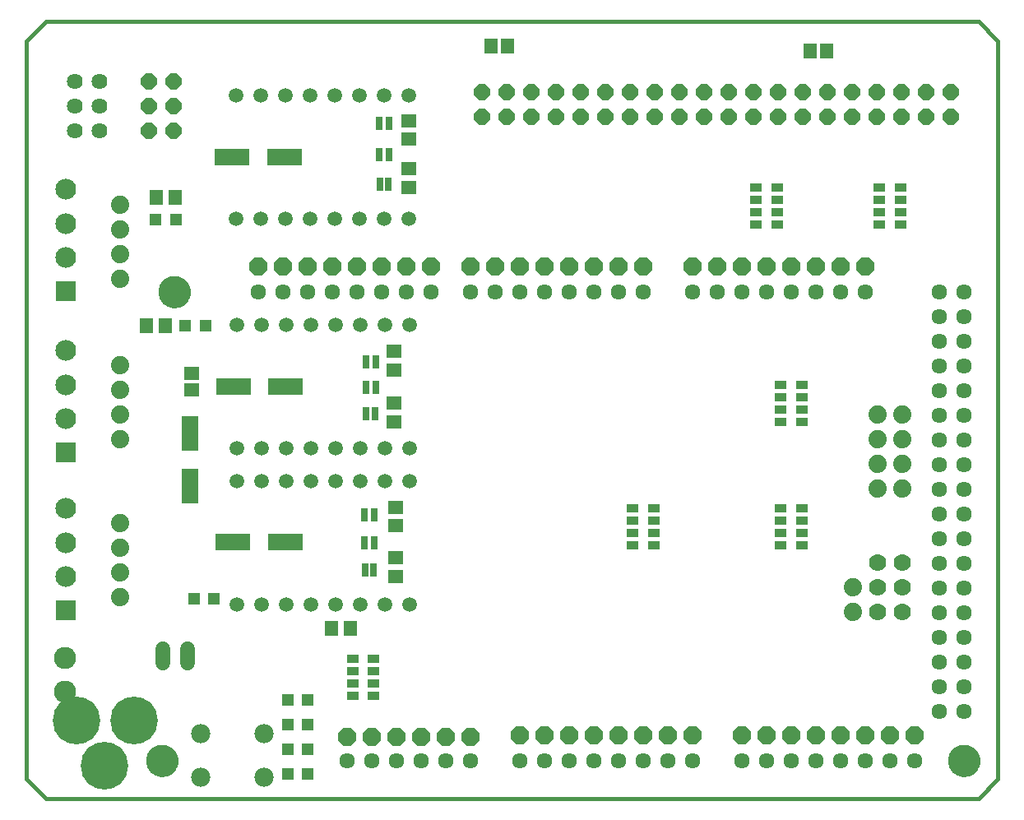
<source format=gts>
G75*
G70*
%OFA0B0*%
%FSLAX24Y24*%
%IPPOS*%
%LPD*%
%AMOC8*
5,1,8,0,0,1.08239X$1,22.5*
%
%ADD10C,0.0160*%
%ADD11C,0.0634*%
%ADD12C,0.0000*%
%ADD13C,0.1300*%
%ADD14R,0.0512X0.0512*%
%ADD15R,0.0670X0.1418*%
%ADD16R,0.0631X0.0552*%
%ADD17C,0.0740*%
%ADD18C,0.0594*%
%ADD19C,0.0640*%
%ADD20R,0.1418X0.0670*%
%ADD21C,0.1930*%
%ADD22C,0.0600*%
%ADD23R,0.0552X0.0631*%
%ADD24R,0.0840X0.0840*%
%ADD25C,0.0840*%
%ADD26C,0.0900*%
%ADD27C,0.0780*%
%ADD28R,0.0473X0.0335*%
%ADD29OC8,0.0740*%
%ADD30C,0.0700*%
%ADD31OC8,0.0640*%
%ADD32R,0.0290X0.0540*%
D10*
X003160Y001147D02*
X003947Y000359D01*
X041743Y000359D01*
X042530Y001147D01*
X042530Y031068D01*
X041743Y031855D01*
X003947Y031855D01*
X003160Y031068D01*
X003160Y001147D01*
D11*
X016160Y001891D03*
X017160Y001891D03*
X018160Y001891D03*
X019160Y001891D03*
X020160Y001891D03*
X021160Y001891D03*
X023160Y001891D03*
X024160Y001891D03*
X025160Y001891D03*
X026160Y001891D03*
X027160Y001891D03*
X028160Y001891D03*
X029160Y001891D03*
X030160Y001891D03*
X032160Y001891D03*
X033160Y001891D03*
X034160Y001891D03*
X035160Y001891D03*
X036160Y001891D03*
X037160Y001891D03*
X038160Y001891D03*
X039160Y001891D03*
X040160Y003891D03*
X041160Y003891D03*
X041160Y004891D03*
X040160Y004891D03*
X040160Y005891D03*
X041160Y005891D03*
X041160Y006891D03*
X040160Y006891D03*
X040160Y007891D03*
X041160Y007891D03*
X041160Y008891D03*
X040160Y008891D03*
X040160Y009891D03*
X041160Y009891D03*
X041160Y010891D03*
X040160Y010891D03*
X040160Y011891D03*
X041160Y011891D03*
X041160Y012891D03*
X040160Y012891D03*
X040160Y013891D03*
X041160Y013891D03*
X041160Y014891D03*
X040160Y014891D03*
X040160Y015891D03*
X041160Y015891D03*
X041160Y016891D03*
X040160Y016891D03*
X040160Y017891D03*
X041160Y017891D03*
X041160Y018891D03*
X040160Y018891D03*
X040160Y019891D03*
X041160Y019891D03*
X041160Y020891D03*
X040160Y020891D03*
X037160Y020891D03*
X036160Y020891D03*
X035160Y020891D03*
X034160Y020891D03*
X033160Y020891D03*
X032160Y020891D03*
X031160Y020891D03*
X030160Y020891D03*
X028160Y020891D03*
X027160Y020891D03*
X026160Y020891D03*
X025160Y020891D03*
X024160Y020891D03*
X023160Y020891D03*
X022160Y020891D03*
X021160Y020891D03*
X019560Y020891D03*
X018560Y020891D03*
X017560Y020891D03*
X016560Y020891D03*
X015560Y020891D03*
X014560Y020891D03*
X013560Y020891D03*
X012560Y020891D03*
D12*
X008530Y020891D02*
X008532Y020941D01*
X008538Y020991D01*
X008548Y021040D01*
X008562Y021088D01*
X008579Y021135D01*
X008600Y021180D01*
X008625Y021224D01*
X008653Y021265D01*
X008685Y021304D01*
X008719Y021341D01*
X008756Y021375D01*
X008796Y021405D01*
X008838Y021432D01*
X008882Y021456D01*
X008928Y021477D01*
X008975Y021493D01*
X009023Y021506D01*
X009073Y021515D01*
X009122Y021520D01*
X009173Y021521D01*
X009223Y021518D01*
X009272Y021511D01*
X009321Y021500D01*
X009369Y021485D01*
X009415Y021467D01*
X009460Y021445D01*
X009503Y021419D01*
X009544Y021390D01*
X009583Y021358D01*
X009619Y021323D01*
X009651Y021285D01*
X009681Y021245D01*
X009708Y021202D01*
X009731Y021158D01*
X009750Y021112D01*
X009766Y021064D01*
X009778Y021015D01*
X009786Y020966D01*
X009790Y020916D01*
X009790Y020866D01*
X009786Y020816D01*
X009778Y020767D01*
X009766Y020718D01*
X009750Y020670D01*
X009731Y020624D01*
X009708Y020580D01*
X009681Y020537D01*
X009651Y020497D01*
X009619Y020459D01*
X009583Y020424D01*
X009544Y020392D01*
X009503Y020363D01*
X009460Y020337D01*
X009415Y020315D01*
X009369Y020297D01*
X009321Y020282D01*
X009272Y020271D01*
X009223Y020264D01*
X009173Y020261D01*
X009122Y020262D01*
X009073Y020267D01*
X009023Y020276D01*
X008975Y020289D01*
X008928Y020305D01*
X008882Y020326D01*
X008838Y020350D01*
X008796Y020377D01*
X008756Y020407D01*
X008719Y020441D01*
X008685Y020478D01*
X008653Y020517D01*
X008625Y020558D01*
X008600Y020602D01*
X008579Y020647D01*
X008562Y020694D01*
X008548Y020742D01*
X008538Y020791D01*
X008532Y020841D01*
X008530Y020891D01*
X008030Y001891D02*
X008032Y001941D01*
X008038Y001991D01*
X008048Y002040D01*
X008062Y002088D01*
X008079Y002135D01*
X008100Y002180D01*
X008125Y002224D01*
X008153Y002265D01*
X008185Y002304D01*
X008219Y002341D01*
X008256Y002375D01*
X008296Y002405D01*
X008338Y002432D01*
X008382Y002456D01*
X008428Y002477D01*
X008475Y002493D01*
X008523Y002506D01*
X008573Y002515D01*
X008622Y002520D01*
X008673Y002521D01*
X008723Y002518D01*
X008772Y002511D01*
X008821Y002500D01*
X008869Y002485D01*
X008915Y002467D01*
X008960Y002445D01*
X009003Y002419D01*
X009044Y002390D01*
X009083Y002358D01*
X009119Y002323D01*
X009151Y002285D01*
X009181Y002245D01*
X009208Y002202D01*
X009231Y002158D01*
X009250Y002112D01*
X009266Y002064D01*
X009278Y002015D01*
X009286Y001966D01*
X009290Y001916D01*
X009290Y001866D01*
X009286Y001816D01*
X009278Y001767D01*
X009266Y001718D01*
X009250Y001670D01*
X009231Y001624D01*
X009208Y001580D01*
X009181Y001537D01*
X009151Y001497D01*
X009119Y001459D01*
X009083Y001424D01*
X009044Y001392D01*
X009003Y001363D01*
X008960Y001337D01*
X008915Y001315D01*
X008869Y001297D01*
X008821Y001282D01*
X008772Y001271D01*
X008723Y001264D01*
X008673Y001261D01*
X008622Y001262D01*
X008573Y001267D01*
X008523Y001276D01*
X008475Y001289D01*
X008428Y001305D01*
X008382Y001326D01*
X008338Y001350D01*
X008296Y001377D01*
X008256Y001407D01*
X008219Y001441D01*
X008185Y001478D01*
X008153Y001517D01*
X008125Y001558D01*
X008100Y001602D01*
X008079Y001647D01*
X008062Y001694D01*
X008048Y001742D01*
X008038Y001791D01*
X008032Y001841D01*
X008030Y001891D01*
X040530Y001891D02*
X040532Y001941D01*
X040538Y001991D01*
X040548Y002040D01*
X040562Y002088D01*
X040579Y002135D01*
X040600Y002180D01*
X040625Y002224D01*
X040653Y002265D01*
X040685Y002304D01*
X040719Y002341D01*
X040756Y002375D01*
X040796Y002405D01*
X040838Y002432D01*
X040882Y002456D01*
X040928Y002477D01*
X040975Y002493D01*
X041023Y002506D01*
X041073Y002515D01*
X041122Y002520D01*
X041173Y002521D01*
X041223Y002518D01*
X041272Y002511D01*
X041321Y002500D01*
X041369Y002485D01*
X041415Y002467D01*
X041460Y002445D01*
X041503Y002419D01*
X041544Y002390D01*
X041583Y002358D01*
X041619Y002323D01*
X041651Y002285D01*
X041681Y002245D01*
X041708Y002202D01*
X041731Y002158D01*
X041750Y002112D01*
X041766Y002064D01*
X041778Y002015D01*
X041786Y001966D01*
X041790Y001916D01*
X041790Y001866D01*
X041786Y001816D01*
X041778Y001767D01*
X041766Y001718D01*
X041750Y001670D01*
X041731Y001624D01*
X041708Y001580D01*
X041681Y001537D01*
X041651Y001497D01*
X041619Y001459D01*
X041583Y001424D01*
X041544Y001392D01*
X041503Y001363D01*
X041460Y001337D01*
X041415Y001315D01*
X041369Y001297D01*
X041321Y001282D01*
X041272Y001271D01*
X041223Y001264D01*
X041173Y001261D01*
X041122Y001262D01*
X041073Y001267D01*
X041023Y001276D01*
X040975Y001289D01*
X040928Y001305D01*
X040882Y001326D01*
X040838Y001350D01*
X040796Y001377D01*
X040756Y001407D01*
X040719Y001441D01*
X040685Y001478D01*
X040653Y001517D01*
X040625Y001558D01*
X040600Y001602D01*
X040579Y001647D01*
X040562Y001694D01*
X040548Y001742D01*
X040538Y001791D01*
X040532Y001841D01*
X040530Y001891D01*
D13*
X041160Y001891D03*
X009160Y020891D03*
X008660Y001891D03*
D14*
X013747Y002359D03*
X014573Y002359D03*
X014573Y001359D03*
X013747Y001359D03*
X013747Y003359D03*
X014573Y003359D03*
X014573Y004359D03*
X013747Y004359D03*
X010773Y008459D03*
X009947Y008459D03*
X009597Y019509D03*
X010423Y019509D03*
X009223Y023809D03*
X008397Y023809D03*
D15*
X009801Y015160D03*
X009801Y013034D03*
D16*
X009866Y016919D03*
X009866Y017588D03*
X018060Y017735D03*
X018060Y018483D03*
X018060Y016383D03*
X018060Y015635D03*
X018123Y012160D03*
X018123Y011412D03*
X018118Y010115D03*
X018118Y009367D03*
X018660Y025135D03*
X018660Y025883D03*
X018660Y027085D03*
X018660Y027833D03*
D17*
X006960Y024409D03*
X006960Y023409D03*
X006960Y022409D03*
X006960Y021409D03*
X006960Y017925D03*
X006960Y016925D03*
X006960Y015925D03*
X006960Y014925D03*
X006960Y011528D03*
X006960Y010528D03*
X006960Y009528D03*
X006960Y008528D03*
X036660Y008909D03*
X036660Y007909D03*
X037660Y012909D03*
X038660Y012909D03*
X038660Y013909D03*
X037660Y013909D03*
X037660Y014909D03*
X038660Y014909D03*
X038660Y015909D03*
X037660Y015909D03*
D18*
X018688Y014556D03*
X017688Y014556D03*
X016688Y014556D03*
X015688Y014556D03*
X014688Y014556D03*
X013688Y014556D03*
X012688Y014556D03*
X011688Y014556D03*
X011707Y013237D03*
X012707Y013237D03*
X013707Y013237D03*
X014707Y013237D03*
X015707Y013237D03*
X016707Y013237D03*
X017707Y013237D03*
X018707Y013237D03*
X018707Y008237D03*
X017707Y008237D03*
X016707Y008237D03*
X015707Y008237D03*
X014707Y008237D03*
X013707Y008237D03*
X012707Y008237D03*
X011707Y008237D03*
X011688Y019556D03*
X012688Y019556D03*
X013688Y019556D03*
X014688Y019556D03*
X015688Y019556D03*
X016688Y019556D03*
X017688Y019556D03*
X018688Y019556D03*
X018660Y023859D03*
X017660Y023859D03*
X016660Y023859D03*
X015660Y023859D03*
X014660Y023859D03*
X013660Y023859D03*
X012660Y023859D03*
X011660Y023859D03*
X011660Y028859D03*
X012660Y028859D03*
X013660Y028859D03*
X014660Y028859D03*
X015660Y028859D03*
X016660Y028859D03*
X017660Y028859D03*
X018660Y028859D03*
D19*
X006126Y028406D03*
X005126Y028406D03*
X005126Y029406D03*
X006126Y029406D03*
X006126Y027406D03*
X005126Y027406D03*
D20*
X011497Y026359D03*
X013623Y026359D03*
X013673Y017056D03*
X011547Y017056D03*
X011519Y010740D03*
X013645Y010740D03*
D21*
X007514Y003536D03*
X006333Y001686D03*
X005191Y003536D03*
D22*
X008681Y005869D02*
X008681Y006429D01*
X009681Y006429D02*
X009681Y005869D01*
D23*
X015536Y007259D03*
X016284Y007259D03*
X008784Y019509D03*
X008036Y019509D03*
X008436Y024709D03*
X009184Y024709D03*
X021975Y030859D03*
X022645Y030859D03*
X034925Y030659D03*
X035595Y030659D03*
D24*
X004760Y020909D03*
X004760Y014375D03*
X004760Y007981D03*
D25*
X004760Y009359D03*
X004760Y010737D03*
X004760Y012115D03*
X004760Y015753D03*
X004760Y017131D03*
X004760Y018509D03*
X004760Y022287D03*
X004760Y023665D03*
X004760Y025043D03*
D26*
X004729Y006067D03*
X004729Y004690D03*
D27*
X010230Y002999D03*
X012790Y002999D03*
X012790Y001219D03*
X010230Y001219D03*
D28*
X016389Y004509D03*
X016389Y005009D03*
X016389Y005509D03*
X016389Y006009D03*
X017231Y006009D03*
X017231Y005509D03*
X017231Y005009D03*
X017231Y004509D03*
X027739Y010609D03*
X027739Y011109D03*
X027739Y011609D03*
X027739Y012109D03*
X028581Y012109D03*
X028581Y011609D03*
X028581Y011109D03*
X028581Y010609D03*
X033739Y010609D03*
X033739Y011109D03*
X033739Y011609D03*
X033739Y012109D03*
X034581Y012109D03*
X034581Y011609D03*
X034581Y011109D03*
X034581Y010609D03*
X034581Y015609D03*
X034581Y016109D03*
X034581Y016609D03*
X034581Y017109D03*
X033739Y017109D03*
X033739Y016609D03*
X033739Y016109D03*
X033739Y015609D03*
X033581Y023609D03*
X033581Y024109D03*
X033581Y024609D03*
X033581Y025109D03*
X032739Y025109D03*
X032739Y024609D03*
X032739Y024109D03*
X032739Y023609D03*
X037739Y023609D03*
X037739Y024109D03*
X037739Y024609D03*
X037739Y025109D03*
X038581Y025109D03*
X038581Y024609D03*
X038581Y024109D03*
X038581Y023609D03*
D29*
X037160Y021909D03*
X036160Y021909D03*
X035160Y021909D03*
X034160Y021909D03*
X033160Y021909D03*
X032160Y021909D03*
X031160Y021909D03*
X030160Y021909D03*
X028160Y021909D03*
X027160Y021909D03*
X026160Y021909D03*
X025160Y021909D03*
X024160Y021909D03*
X023160Y021909D03*
X022160Y021909D03*
X021160Y021909D03*
X019560Y021909D03*
X018560Y021909D03*
X017560Y021909D03*
X016560Y021909D03*
X015560Y021909D03*
X014560Y021909D03*
X013560Y021909D03*
X012560Y021909D03*
X016160Y002859D03*
X017160Y002859D03*
X018160Y002859D03*
X019160Y002859D03*
X020160Y002859D03*
X021160Y002859D03*
X023160Y002909D03*
X024160Y002909D03*
X025160Y002909D03*
X026160Y002909D03*
X027160Y002909D03*
X028160Y002909D03*
X029160Y002909D03*
X030160Y002909D03*
X032160Y002909D03*
X033160Y002909D03*
X034160Y002909D03*
X035160Y002909D03*
X036160Y002909D03*
X037160Y002909D03*
X038160Y002909D03*
X039160Y002909D03*
D30*
X038660Y007909D03*
X037660Y007909D03*
X037660Y008909D03*
X038660Y008909D03*
X038660Y009909D03*
X037660Y009909D03*
D31*
X037617Y027973D03*
X036617Y027973D03*
X035617Y027973D03*
X034617Y027973D03*
X033617Y027973D03*
X032617Y027973D03*
X031617Y027973D03*
X030617Y027973D03*
X029617Y027973D03*
X028617Y027973D03*
X027617Y027973D03*
X026617Y027973D03*
X025617Y027973D03*
X024617Y027973D03*
X023617Y027973D03*
X022617Y027973D03*
X021617Y027973D03*
X021617Y028973D03*
X022617Y028973D03*
X023617Y028973D03*
X024617Y028973D03*
X025617Y028973D03*
X026617Y028973D03*
X027617Y028973D03*
X028617Y028973D03*
X029617Y028973D03*
X030617Y028973D03*
X031617Y028973D03*
X032617Y028973D03*
X033617Y028973D03*
X034617Y028973D03*
X035617Y028973D03*
X036617Y028973D03*
X037617Y028973D03*
X038617Y028973D03*
X039617Y028973D03*
X040617Y028973D03*
X040617Y027973D03*
X039617Y027973D03*
X038617Y027973D03*
X009110Y028409D03*
X008110Y028409D03*
X008110Y027409D03*
X009110Y027409D03*
X009110Y029409D03*
X008110Y029409D03*
D32*
X017460Y027709D03*
X017860Y027709D03*
X017860Y026459D03*
X017460Y026459D03*
X017483Y025259D03*
X017837Y025259D03*
X017310Y018059D03*
X016910Y018059D03*
X016910Y017009D03*
X017310Y017009D03*
X017287Y015959D03*
X016933Y015959D03*
X016860Y011859D03*
X017260Y011859D03*
X017260Y010709D03*
X016860Y010709D03*
X016883Y009609D03*
X017237Y009609D03*
M02*

</source>
